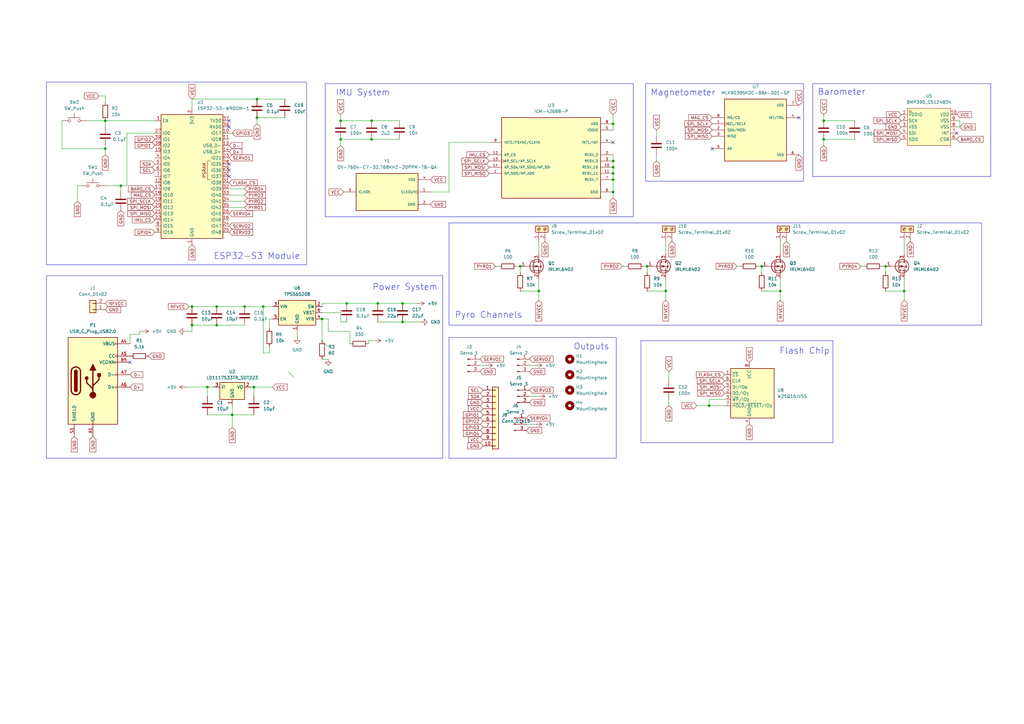
<source format=kicad_sch>
(kicad_sch (version 20250114) (generator "eeschema") (generator_version "9.0")
  (paper "A3")
  (rectangle (start 19.05 113.03) (end 181.61 187.96))
  (rectangle (start 184.15 138.43) (end 252.73 187.96))
  (rectangle (start 333.375 34.29) (end 406.4 72.39))
  (rectangle (start 264.795 34.29) (end 329.565 74.295))
  (rectangle (start 19.05 33.655) (end 125.73 108.585))
  (rectangle (start 184.15 91.44) (end 402.59 133.35))
  (rectangle (start 262.89 139.7) (end 341.63 181.61))
  (rectangle (start 133.35 34.29) (end 259.715 88.9))
  (text "ESP32-S3 Module\n" (at 105.41 105.156 0) (effects (font (size 2.54 2.54))))
  (text "Flash Chip" (at 329.946 144.018 0) (effects (font (size 2.54 2.54))))
  (text "Magnetometer" (at 280.162 38.1 0) (effects (font (size 2.54 2.54))))
  (text "Outputs" (at 242.57 142.24 0) (effects (font (size 2.54 2.54))))
  (text "Pyro Channels" (at 200.406 129.286 0) (effects (font (size 2.54 2.54))))
  (text "Power System" (at 166.116 117.856 0) (effects (font (size 2.54 2.54))))
  (text "Barometer" (at 345.186 37.846 0) (effects (font (size 2.54 2.54))))
  (text "IMU System" (at 148.844 38.1 0) (effects (font (size 2.54 2.54))))
  (junction (at 213.36 109.22))
  (junction (at 107.95 125.73))
  (junction (at 142.24 124.46))
  (junction (at 273.05 119.38))
  (junction (at 105.41 48.26))
  (junction (at 139.7 57.15))
  (junction (at 100.33 125.73))
  (junction (at 43.18 49.53))
  (junction (at 220.98 119.38))
  (junction (at 251.46 68.58))
  (junction (at 290.83 166.37))
  (junction (at 154.94 124.46))
  (junction (at 152.4 49.53))
  (junction (at 251.46 73.66))
  (junction (at 78.74 133.35))
  (junction (at 43.18 60.96))
  (junction (at 88.9 133.35))
  (junction (at 95.25 170.18))
  (junction (at 251.46 50.8))
  (junction (at 132.08 130.81))
  (junction (at 105.41 40.64))
  (junction (at 251.46 71.12))
  (junction (at 265.43 109.22))
  (junction (at 78.74 125.73))
  (junction (at 337.82 57.15))
  (junction (at 49.53 76.2))
  (junction (at 370.84 119.38))
  (junction (at 165.1 132.08))
  (junction (at 251.46 66.04))
  (junction (at 85.09 158.75))
  (junction (at 139.7 49.53))
  (junction (at 320.04 119.38))
  (junction (at 152.4 57.15))
  (junction (at 251.46 78.74))
  (junction (at 88.9 125.73))
  (junction (at 363.22 109.22))
  (junction (at 165.1 124.46))
  (junction (at 104.14 158.75))
  (junction (at 337.82 49.53))
  (junction (at 312.42 109.22))
  (no_connect (at 93.98 69.85))
  (no_connect (at 93.98 67.31))
  (no_connect (at 93.98 72.39))
  (no_connect (at 53.34 148.59))
  (no_connect (at 292.1 60.96))
  (no_connect (at 327.66 48.26))
  (no_connect (at 392.43 54.61))
  (no_connect (at 93.98 49.53))
  (no_connect (at 251.46 58.42))
  (no_connect (at 93.98 52.07))
  (bus_entry (at 433.07 285.75) (size 2.54 2.54))
  (bus_entry (at 118.11 152.4) (size 2.54 2.54))
  (bus_entry (at 132.08 139.7) (size 2.54 2.54))
  (wire (pts (xy 76.2 158.75) (xy 85.09 158.75)))
  (wire (pts (xy 139.7 57.15) (xy 139.7 59.69)))
  (wire (pts (xy 104.14 158.75) (xy 104.14 162.56)))
  (wire (pts (xy 57.15 135.89) (xy 57.15 137.16)))
  (wire (pts (xy 213.36 109.22) (xy 213.36 111.76)))
  (wire (pts (xy 107.95 125.73) (xy 111.76 125.73)))
  (wire (pts (xy 215.9 173.99) (xy 219.71 173.99)))
  (wire (pts (xy 274.32 152.4) (xy 274.32 156.21)))
  (wire (pts (xy 165.1 132.08) (xy 172.72 132.08)))
  (wire (pts (xy 251.46 50.8) (xy 251.46 53.34)))
  (wire (pts (xy 151.13 139.7) (xy 153.67 139.7)))
  (wire (pts (xy 142.24 132.08) (xy 139.7 132.08)))
  (wire (pts (xy 251.46 66.04) (xy 251.46 68.58)))
  (wire (pts (xy 88.9 133.35) (xy 100.33 133.35)))
  (wire (pts (xy 392.43 49.53) (xy 393.7 49.53)))
  (wire (pts (xy 77.47 125.73) (xy 78.74 125.73)))
  (wire (pts (xy 184.15 78.74) (xy 176.53 78.74)))
  (wire (pts (xy 31.75 76.2) (xy 31.75 82.55)))
  (wire (pts (xy 273.05 119.38) (xy 273.05 123.19)))
  (wire (pts (xy 40.64 39.37) (xy 43.18 39.37)))
  (wire (pts (xy 320.04 119.38) (xy 320.04 123.19)))
  (wire (pts (xy 49.53 76.2) (xy 49.53 78.74)))
  (wire (pts (xy 370.84 99.06) (xy 370.84 104.14)))
  (wire (pts (xy 43.18 60.96) (xy 43.18 63.5)))
  (wire (pts (xy 100.33 125.73) (xy 107.95 125.73)))
  (wire (pts (xy 220.98 119.38) (xy 220.98 123.19)))
  (wire (pts (xy 52.07 54.61) (xy 52.07 76.2)))
  (wire (pts (xy 290.83 163.83) (xy 290.83 166.37)))
  (wire (pts (xy 217.17 162.56) (xy 220.98 162.56)))
  (wire (pts (xy 53.34 137.16) (xy 53.34 140.97)))
  (wire (pts (xy 105.41 48.26) (xy 116.84 48.26)))
  (wire (pts (xy 165.1 124.46) (xy 154.94 124.46)))
  (wire (pts (xy 143.51 140.97) (xy 143.51 135.89)))
  (wire (pts (xy 363.22 109.22) (xy 363.22 111.76)))
  (wire (pts (xy 184.15 78.74) (xy 184.15 58.42)))
  (wire (pts (xy 139.7 57.15) (xy 152.4 57.15)))
  (wire (pts (xy 212.09 109.22) (xy 213.36 109.22)))
  (wire (pts (xy 139.7 132.08) (xy 139.7 128.27)))
  (wire (pts (xy 337.82 57.15) (xy 350.52 57.15)))
  (wire (pts (xy 134.62 135.89) (xy 134.62 130.81)))
  (wire (pts (xy 337.82 57.15) (xy 337.82 59.69)))
  (wire (pts (xy 251.46 68.58) (xy 251.46 71.12)))
  (wire (pts (xy 107.95 125.73) (xy 107.95 144.78)))
  (wire (pts (xy 132.08 124.46) (xy 132.08 125.73)))
  (wire (pts (xy 132.08 147.32) (xy 134.62 147.32)))
  (wire (pts (xy 151.13 139.7) (xy 151.13 140.97)))
  (wire (pts (xy 269.24 63.5) (xy 269.24 66.04)))
  (wire (pts (xy 154.94 132.08) (xy 165.1 132.08)))
  (wire (pts (xy 43.18 39.37) (xy 43.18 41.91)))
  (wire (pts (xy 134.62 130.81) (xy 132.08 130.81)))
  (wire (pts (xy 85.09 158.75) (xy 87.63 158.75)))
  (wire (pts (xy 100.33 82.55) (xy 93.98 82.55)))
  (wire (pts (xy 78.74 125.73) (xy 88.9 125.73)))
  (wire (pts (xy 251.46 78.74) (xy 251.46 81.28)))
  (wire (pts (xy 297.18 163.83) (xy 290.83 163.83)))
  (wire (pts (xy 290.83 166.37) (xy 297.18 166.37)))
  (wire (pts (xy 220.98 99.06) (xy 220.98 104.14)))
  (wire (pts (xy 25.4 60.96) (xy 43.18 60.96)))
  (wire (pts (xy 392.43 52.07) (xy 393.7 52.07)))
  (wire (pts (xy 269.24 53.34) (xy 269.24 55.88)))
  (wire (pts (xy 100.33 77.47) (xy 93.98 77.47)))
  (wire (pts (xy 33.02 76.2) (xy 31.75 76.2)))
  (wire (pts (xy 285.75 166.37) (xy 290.83 166.37)))
  (wire (pts (xy 370.84 119.38) (xy 370.84 123.19)))
  (wire (pts (xy 35.56 49.53) (xy 43.18 49.53)))
  (wire (pts (xy 220.98 114.3) (xy 220.98 119.38)))
  (wire (pts (xy 251.46 63.5) (xy 251.46 66.04)))
  (wire (pts (xy 88.9 125.73) (xy 100.33 125.73)))
  (wire (pts (xy 105.41 40.64) (xy 116.84 40.64)))
  (wire (pts (xy 255.27 109.22) (xy 256.54 109.22)))
  (wire (pts (xy 337.82 46.99) (xy 337.82 49.53)))
  (wire (pts (xy 139.7 49.53) (xy 152.4 49.53)))
  (wire (pts (xy 100.33 85.09) (xy 93.98 85.09)))
  (wire (pts (xy 251.46 71.12) (xy 251.46 73.66)))
  (wire (pts (xy 274.32 163.83) (xy 274.32 166.37)))
  (wire (pts (xy 95.25 170.18) (xy 104.14 170.18)))
  (wire (pts (xy 139.7 46.99) (xy 139.7 49.53)))
  (wire (pts (xy 132.08 130.81) (xy 132.08 139.7)))
  (wire (pts (xy 353.06 109.22) (xy 354.33 109.22)))
  (wire (pts (xy 96.52 54.61) (xy 93.98 54.61)))
  (wire (pts (xy 273.05 114.3) (xy 273.05 119.38)))
  (wire (pts (xy 107.95 144.78) (xy 110.49 144.78)))
  (wire (pts (xy 57.15 137.16) (xy 53.34 137.16)))
  (wire (pts (xy 76.2 135.89) (xy 78.74 135.89)))
  (wire (pts (xy 95.25 170.18) (xy 95.25 166.37)))
  (wire (pts (xy 203.2 109.22) (xy 204.47 109.22)))
  (wire (pts (xy 43.18 49.53) (xy 43.18 48.26)))
  (wire (pts (xy 132.08 124.46) (xy 142.24 124.46)))
  (wire (pts (xy 43.18 49.53) (xy 43.18 52.07)))
  (wire (pts (xy 311.15 109.22) (xy 312.42 109.22)))
  (wire (pts (xy 273.05 99.06) (xy 273.05 104.14)))
  (wire (pts (xy 78.74 40.64) (xy 78.74 44.45)))
  (wire (pts (xy 363.22 119.38) (xy 370.84 119.38)))
  (wire (pts (xy 78.74 133.35) (xy 88.9 133.35)))
  (wire (pts (xy 104.14 158.75) (xy 102.87 158.75)))
  (wire (pts (xy 121.92 135.89) (xy 121.92 138.43)))
  (wire (pts (xy 217.17 149.86) (xy 219.71 149.86)))
  (wire (pts (xy 171.45 124.46) (xy 165.1 124.46)))
  (wire (pts (xy 111.76 158.75) (xy 104.14 158.75)))
  (wire (pts (xy 184.15 58.42) (xy 200.66 58.42)))
  (wire (pts (xy 110.49 144.78) (xy 110.49 142.24)))
  (wire (pts (xy 49.53 76.2) (xy 52.07 76.2)))
  (wire (pts (xy 152.4 57.15) (xy 163.83 57.15)))
  (wire (pts (xy 57.15 135.89) (xy 58.42 135.89)))
  (wire (pts (xy 110.49 130.81) (xy 111.76 130.81)))
  (wire (pts (xy 142.24 124.46) (xy 154.94 124.46)))
  (wire (pts (xy 361.95 109.22) (xy 363.22 109.22)))
  (wire (pts (xy 43.18 59.69) (xy 43.18 60.96)))
  (wire (pts (xy 100.33 80.01) (xy 93.98 80.01)))
  (wire (pts (xy 52.07 54.61) (xy 63.5 54.61)))
  (wire (pts (xy 370.84 114.3) (xy 370.84 119.38)))
  (wire (pts (xy 78.74 135.89) (xy 78.74 133.35)))
  (wire (pts (xy 302.26 109.22) (xy 303.53 109.22)))
  (wire (pts (xy 251.46 46.99) (xy 251.46 50.8)))
  (wire (pts (xy 134.62 135.89) (xy 143.51 135.89)))
  (wire (pts (xy 265.43 119.38) (xy 273.05 119.38)))
  (wire (pts (xy 85.09 158.75) (xy 85.09 162.56)))
  (wire (pts (xy 196.85 149.86) (xy 199.39 149.86)))
  (wire (pts (xy 105.41 48.26) (xy 105.41 50.8)))
  (wire (pts (xy 213.36 119.38) (xy 220.98 119.38)))
  (wire (pts (xy 78.74 40.64) (xy 105.41 40.64)))
  (wire (pts (xy 393.7 49.53) (xy 393.7 52.07)))
  (wire (pts (xy 95.25 175.26) (xy 95.25 170.18)))
  (wire (pts (xy 139.7 128.27) (xy 132.08 128.27)))
  (wire (pts (xy 85.09 170.18) (xy 95.25 170.18)))
  (wire (pts (xy 251.46 73.66) (xy 251.46 78.74)))
  (wire (pts (xy 337.82 49.53) (xy 350.52 49.53)))
  (wire (pts (xy 152.4 49.53) (xy 163.83 49.53)))
  (wire (pts (xy 264.16 109.22) (xy 265.43 109.22)))
  (wire (pts (xy 312.42 119.38) (xy 320.04 119.38)))
  (wire (pts (xy 25.4 49.53) (xy 25.4 60.96)))
  (wire (pts (xy 312.42 109.22) (xy 312.42 111.76)))
  (wire (pts (xy 43.18 76.2) (xy 49.53 76.2)))
  (wire (pts (xy 110.49 134.62) (xy 110.49 130.81)))
  (wire (pts (xy 265.43 109.22) (xy 265.43 111.76)))
  (wire (pts (xy 320.04 114.3) (xy 320.04 119.38)))
  (wire (pts (xy 320.04 99.06) (xy 320.04 104.14)))
  (wire (pts (xy 43.18 49.53) (xy 63.5 49.53)))
  (global_label "VCC" (shape input) (at 78.74 40.64 90) (property "Intersheetrefs" "${INTERSHEET_REFS}" (effects (hide yes))))
  (global_label "NFVCC" (shape input) (at 370.84 123.19 270) (property "Intersheetrefs" "${INTERSHEET_REFS}" (effects (hide yes))))
  (global_label "GND" (shape input) (at 30.48 179.07 270) (property "Intersheetrefs" "${INTERSHEET_REFS}" (effects (hide yes))))
  (global_label "GND" (shape input) (at 49.53 86.36 270) (property "Intersheetrefs" "${INTERSHEET_REFS}" (effects (hide yes))))
  (global_label "GND" (shape input) (at 95.25 175.26 270) (property "Intersheetrefs" "${INTERSHEET_REFS}" (effects (hide yes))))
  (global_label "SPI_MISO" (shape input) (at 292.1 55.88 180) (property "Intersheetrefs" "${INTERSHEET_REFS}" (effects (hide yes))))
  (global_label "GPIO1" (shape input) (at 63.5 59.69 180) (property "Intersheetrefs" "${INTERSHEET_REFS}" (effects (hide yes))))
  (global_label "GND" (shape input) (at 43.18 127 0) (property "Intersheetrefs" "${INTERSHEET_REFS}" (effects (hide yes))))
  (global_label "SDA" (shape input) (at 198.12 162.56 180) (property "Intersheetrefs" "${INTERSHEET_REFS}" (effects (hide yes))))
  (global_label "GND" (shape input) (at 269.24 66.04 270) (property "Intersheetrefs" "${INTERSHEET_REFS}" (effects (hide yes))))
  (global_label "GND" (shape input) (at 43.18 63.5 270) (property "Intersheetrefs" "${INTERSHEET_REFS}" (effects (hide yes))))
  (global_label "SCL" (shape input) (at 198.12 160.02 180) (property "Intersheetrefs" "${INTERSHEET_REFS}" (effects (hide yes))))
  (global_label "NFVCC" (shape input) (at 320.04 123.19 270) (property "Intersheetrefs" "${INTERSHEET_REFS}" (effects (hide yes))))
  (global_label "SERVO1" (shape input) (at 196.85 147.32 0) (property "Intersheetrefs" "${INTERSHEET_REFS}" (effects (hide yes))))
  (global_label "GPIO1" (shape input) (at 198.12 170.18 180) (property "Intersheetrefs" "${INTERSHEET_REFS}" (effects (hide yes))))
  (global_label "D+" (shape input) (at 53.34 158.75 0) (property "Intersheetrefs" "${INTERSHEET_REFS}" (effects (hide yes))))
  (global_label "FLASH_CS" (shape input) (at 297.18 153.67 180) (property "Intersheetrefs" "${INTERSHEET_REFS}" (effects (hide yes))))
  (global_label "GND" (shape input) (at 38.1 179.07 270) (property "Intersheetrefs" "${INTERSHEET_REFS}" (effects (hide yes))))
  (global_label "GPIO4" (shape input) (at 198.12 177.8 180) (property "Intersheetrefs" "${INTERSHEET_REFS}" (effects (hide yes))))
  (global_label "PYRO1" (shape input) (at 100.33 85.09 0) (property "Intersheetrefs" "${INTERSHEET_REFS}" (effects (hide yes))))
  (global_label "VCC" (shape input) (at 198.12 167.64 180) (property "Intersheetrefs" "${INTERSHEET_REFS}" (effects (hide yes))))
  (global_label "GPIO3" (shape input) (at 95.25 54.61 0) (property "Intersheetrefs" "${INTERSHEET_REFS}" (effects (hide yes))))
  (global_label "GND" (shape input) (at 274.32 166.37 270) (property "Intersheetrefs" "${INTERSHEET_REFS}" (effects (hide yes))))
  (global_label "D-" (shape input) (at 53.34 153.67 0) (property "Intersheetrefs" "${INTERSHEET_REFS}" (effects (hide yes))))
  (global_label "IMU_CS" (shape input) (at 200.66 63.5 180) (property "Intersheetrefs" "${INTERSHEET_REFS}" (effects (hide yes))))
  (global_label "VCC" (shape input) (at 251.46 46.99 90) (property "Intersheetrefs" "${INTERSHEET_REFS}" (effects (hide yes))))
  (global_label "SPI_MOSI" (shape input) (at 200.66 68.58 180) (property "Intersheetrefs" "${INTERSHEET_REFS}" (effects (hide yes))))
  (global_label "PYRO4" (shape input) (at 353.06 109.22 180) (property "Intersheetrefs" "${INTERSHEET_REFS}" (effects (hide yes))))
  (global_label "VCC" (shape input) (at 198.12 180.34 180) (property "Intersheetrefs" "${INTERSHEET_REFS}" (effects (hide yes))))
  (global_label "SPI_MISO" (shape input) (at 200.66 71.12 180) (property "Intersheetrefs" "${INTERSHEET_REFS}" (effects (hide yes))))
  (global_label "PYRO4" (shape input) (at 100.33 77.47 0) (property "Intersheetrefs" "${INTERSHEET_REFS}" (effects (hide yes))))
  (global_label "SERVO1" (shape input) (at 93.98 64.77 0) (property "Intersheetrefs" "${INTERSHEET_REFS}" (effects (hide yes))))
  (global_label "GND" (shape input) (at 327.66 63.5 270) (property "Intersheetrefs" "${INTERSHEET_REFS}" (effects (hide yes))))
  (global_label "VCC" (shape input) (at 307.34 148.59 90) (property "Intersheetrefs" "${INTERSHEET_REFS}" (effects (hide yes))))
  (global_label "GND" (shape input) (at 373.38 99.06 270) (property "Intersheetrefs" "${INTERSHEET_REFS}" (effects (hide yes))))
  (global_label "GPIO3" (shape input) (at 198.12 175.26 180) (property "Intersheetrefs" "${INTERSHEET_REFS}" (effects (hide yes))))
  (global_label "GND" (shape input) (at 78.74 100.33 270) (property "Intersheetrefs" "${INTERSHEET_REFS}" (effects (hide yes))))
  (global_label "VCC" (shape input) (at 111.76 158.75 0) (property "Intersheetrefs" "${INTERSHEET_REFS}" (effects (hide yes))))
  (global_label "SPI_SCLK" (shape input) (at 63.5 82.55 180) (property "Intersheetrefs" "${INTERSHEET_REFS}" (effects (hide yes))))
  (global_label "GND" (shape input) (at 337.82 59.69 270) (property "Intersheetrefs" "${INTERSHEET_REFS}" (effects (hide yes))))
  (global_label "SCL" (shape input) (at 63.5 69.85 180) (property "Intersheetrefs" "${INTERSHEET_REFS}" (effects (hide yes))))
  (global_label "VCC" (shape input) (at 140.97 78.74 180) (property "Intersheetrefs" "${INTERSHEET_REFS}" (effects (hide yes))))
  (global_label "NFVCC" (shape input) (at 273.05 123.19 270) (property "Intersheetrefs" "${INTERSHEET_REFS}" (effects (hide yes))))
  (global_label "PYRO2" (shape input) (at 100.33 82.55 0) (property "Intersheetrefs" "${INTERSHEET_REFS}" (effects (hide yes))))
  (global_label "GPIO4" (shape input) (at 63.5 95.25 180) (property "Intersheetrefs" "${INTERSHEET_REFS}" (effects (hide yes))))
  (global_label "SERVO2" (shape input) (at 217.17 147.32 0) (property "Intersheetrefs" "${INTERSHEET_REFS}" (effects (hide yes))))
  (global_label "GND" (shape input) (at 198.12 165.1 180) (property "Intersheetrefs" "${INTERSHEET_REFS}" (effects (hide yes))))
  (global_label "NFVCC" (shape input) (at 43.18 124.46 0) (property "Intersheetrefs" "${INTERSHEET_REFS}" (effects (hide yes))))
  (global_label "VCC" (shape input) (at 269.24 53.34 90) (property "Intersheetrefs" "${INTERSHEET_REFS}" (effects (hide yes))))
  (global_label "NFVCC" (shape input) (at 220.98 123.19 270) (property "Intersheetrefs" "${INTERSHEET_REFS}" (effects (hide yes))))
  (global_label "VCC" (shape input) (at 369.57 46.99 180) (property "Intersheetrefs" "${INTERSHEET_REFS}" (effects (hide yes))))
  (global_label "SPI_MOSI" (shape input) (at 292.1 53.34 180) (property "Intersheetrefs" "${INTERSHEET_REFS}" (effects (hide yes))))
  (global_label "D+" (shape input) (at 93.98 62.23 0) (property "Intersheetrefs" "${INTERSHEET_REFS}" (effects (hide yes))))
  (global_label "MAG_CS" (shape input) (at 63.5 80.01 180) (property "Intersheetrefs" "${INTERSHEET_REFS}" (effects (hide yes))))
  (global_label "GND" (shape input) (at 217.17 165.1 0) (property "Intersheetrefs" "${INTERSHEET_REFS}" (effects (hide yes))))
  (global_label "GND" (shape input) (at 275.59 99.06 270) (property "Intersheetrefs" "${INTERSHEET_REFS}" (effects (hide yes))))
  (global_label "GND" (shape input) (at 60.96 146.05 0) (property "Intersheetrefs" "${INTERSHEET_REFS}" (effects (hide yes))))
  (global_label "VCC" (shape input) (at 285.75 166.37 180) (property "Intersheetrefs" "${INTERSHEET_REFS}" (effects (hide yes))))
  (global_label "GND" (shape input) (at 393.7 52.07 0) (property "Intersheetrefs" "${INTERSHEET_REFS}" (effects (hide yes))))
  (global_label "NFVCC" (shape input) (at 77.47 125.73 180) (property "Intersheetrefs" "${INTERSHEET_REFS}" (effects (hide yes))))
  (global_label "SPI_SCLK" (shape input) (at 200.66 66.04 180) (property "Intersheetrefs" "${INTERSHEET_REFS}" (effects (hide yes))))
  (global_label "D-" (shape input) (at 93.98 59.69 0) (property "Intersheetrefs" "${INTERSHEET_REFS}" (effects (hide yes))))
  (global_label "GND" (shape input) (at 176.53 83.82 0) (property "Intersheetrefs" "${INTERSHEET_REFS}" (effects (hide yes))))
  (global_label "VCC" (shape input) (at 392.43 46.99 0) (property "Intersheetrefs" "${INTERSHEET_REFS}" (effects (hide yes))))
  (global_label "SPI_SCLK" (shape input) (at 297.18 156.21 180) (property "Intersheetrefs" "${INTERSHEET_REFS}" (effects (hide yes))))
  (global_label "BARO_CS" (shape input) (at 63.5 77.47 180) (property "Intersheetrefs" "${INTERSHEET_REFS}" (effects (hide yes))))
  (global_label "SPI_MISO" (shape input) (at 369.57 57.15 180) (property "Intersheetrefs" "${INTERSHEET_REFS}" (effects (hide yes))))
  (global_label "IMU_CS" (shape input) (at 63.5 90.17 180) (property "Intersheetrefs" "${INTERSHEET_REFS}" (effects (hide yes))))
  (global_label "SPI_MISO" (shape input) (at 297.18 161.29 180) (property "Intersheetrefs" "${INTERSHEET_REFS}" (effects (hide yes))))
  (global_label "GND" (shape input) (at 307.34 173.99 270) (property "Intersheetrefs" "${INTERSHEET_REFS}" (effects (hide yes))))
  (global_label "SERVO2" (shape input) (at 93.98 92.71 0) (property "Intersheetrefs" "${INTERSHEET_REFS}" (effects (hide yes))))
  (global_label "PYRO1" (shape input) (at 203.2 109.22 180) (property "Intersheetrefs" "${INTERSHEET_REFS}" (effects (hide yes))))
  (global_label "SERVO4" (shape input) (at 93.98 87.63 0) (property "Intersheetrefs" "${INTERSHEET_REFS}" (effects (hide yes))))
  (global_label "GND" (shape input) (at 31.75 82.55 270) (property "Intersheetrefs" "${INTERSHEET_REFS}" (effects (hide yes))))
  (global_label "BARO_CS" (shape input) (at 392.43 57.15 0) (property "Intersheetrefs" "${INTERSHEET_REFS}" (effects (hide yes))))
  (global_label "VCC" (shape input) (at 139.7 46.99 90) (property "Intersheetrefs" "${INTERSHEET_REFS}" (effects (hide yes))))
  (global_label "GND" (shape input) (at 196.85 152.4 0) (property "Intersheetrefs" "${INTERSHEET_REFS}" (effects (hide yes))))
  (global_label "FLASH_CS" (shape input) (at 93.98 74.93 0) (property "Intersheetrefs" "${INTERSHEET_REFS}" (effects (hide yes))))
  (global_label "GND" (shape input) (at 223.52 99.06 270) (property "Intersheetrefs" "${INTERSHEET_REFS}" (effects (hide yes))))
  (global_label "VCC" (shape input) (at 274.32 152.4 90) (property "Intersheetrefs" "${INTERSHEET_REFS}" (effects (hide yes))))
  (global_label "GND" (shape input) (at 139.7 59.69 270) (property "Intersheetrefs" "${INTERSHEET_REFS}" (effects (hide yes))))
  (global_label "SPI_MOSI" (shape input) (at 369.57 54.61 180) (property "Intersheetrefs" "${INTERSHEET_REFS}" (effects (hide yes))))
  (global_label "SERVO3" (shape input) (at 217.17 160.02 0) (property "Intersheetrefs" "${INTERSHEET_REFS}" (effects (hide yes))))
  (global_label "GND" (shape input) (at 217.17 152.4 0) (property "Intersheetrefs" "${INTERSHEET_REFS}" (effects (hide yes))))
  (global_label "PYRO3" (shape input) (at 302.26 109.22 180) (property "Intersheetrefs" "${INTERSHEET_REFS}" (effects (hide yes))))
  (global_label "GND" (shape input) (at 105.41 50.8 270) (property "Intersheetrefs" "${INTERSHEET_REFS}" (effects (hide yes))))
  (global_label "SPI_MOSI" (shape input) (at 297.18 158.75 180) (property "Intersheetrefs" "${INTERSHEET_REFS}" (effects (hide yes))))
  (global_label "SPI_MOSI" (shape input) (at 63.5 85.09 180) (property "Intersheetrefs" "${INTERSHEET_REFS}" (effects (hide yes))))
  (global_label "GND" (shape input) (at 322.58 99.06 270) (property "Intersheetrefs" "${INTERSHEET_REFS}" (effects (hide yes))))
  (global_label "GND" (shape input) (at 198.12 182.88 180) (property "Intersheetrefs" "${INTERSHEET_REFS}" (effects (hide yes))))
  (global_label "GND" (shape input) (at 251.46 81.28 270) (property "Intersheetrefs" "${INTERSHEET_REFS}" (effects (hide yes))))
  (global_label "VCC" (shape input) (at 327.66 43.18 90) (property "Intersheetrefs" "${INTERSHEET_REFS}" (effects (hide yes))))
  (global_label "MAG_CS" (shape input) (at 292.1 48.26 180) (property "Intersheetrefs" "${INTERSHEET_REFS}" (effects (hide yes))))
  (global_label "GPIO2" (shape input) (at 63.5 57.15 180) (property "Intersheetrefs" "${INTERSHEET_REFS}" (effects (hide yes))))
  (global_label "SERVO4" (shape input) (at 215.9 171.45 0) (property "Intersheetrefs" "${INTERSHEET_REFS}" (effects (hide yes))))
  (global_label "SERVO3" (shape input) (at 93.98 95.25 0) (property "Intersheetrefs" "${INTERSHEET_REFS}" (effects (hide yes))))
  (global_label "VCC" (shape input) (at 40.64 39.37 180) (property "Intersheetrefs" "${INTERSHEET_REFS}" (effects (hide yes))))
  (global_label "PYRO2" (shape input) (at 255.27 109.22 180) (property "Intersheetrefs" "${INTERSHEET_REFS}" (effects (hide yes))))
  (global_label "SDA" (shape input) (at 63.5 67.31 180) (property "Intersheetrefs" "${INTERSHEET_REFS}" (effects (hide yes))))
  (global_label "GND" (shape input) (at 215.9 176.53 0) (property "Intersheetrefs" "${INTERSHEET_REFS}" (effects (hide yes))))
  (global_label "GPIO2" (shape input) (at 198.12 172.72 180) (property "Intersheetrefs" "${INTERSHEET_REFS}" (effects (hide yes))))
  (global_label "VCC" (shape input) (at 337.82 46.99 90) (property "Intersheetrefs" "${INTERSHEET_REFS}" (effects (hide yes))))
  (global_label "PYRO3" (shape input) (at 100.33 80.01 0) (property "Intersheetrefs" "${INTERSHEET_REFS}" (effects (hide yes))))
  (global_label "VCC" (shape input) (at 176.53 73.66 0) (property "Intersheetrefs" "${INTERSHEET_REFS}" (effects (hide yes))))
  (global_label "SPI_SCLK" (shape input) (at 369.57 49.53 180) (property "Intersheetrefs" "${INTERSHEET_REFS}" (effects (hide yes))))
  (global_label "SPI_MISO" (shape input) (at 63.5 87.63 180) (property "Intersheetrefs" "${INTERSHEET_REFS}" (effects (hide yes))))
  (global_label "SPI_SCLK" (shape input) (at 292.1 50.8 180) (property "Intersheetrefs" "${INTERSHEET_REFS}" (effects (hide yes))))
  (global_label "GND" (shape input) (at 369.57 52.07 180) (property "Intersheetrefs" "${INTERSHEET_REFS}" (effects (hide yes))))
  (symbol (lib_id "Device:C") (at 104.14 166.37 0) (unit 1)
    (property "Reference" "C2" (at 107.95 165.0999 0) (effects (justify left)))
    (property "Value" "10µF" (at 107.95 167.6399 0) (effects (justify left)))
    (property "Footprint" "Capacitor_SMD:C_0603_1608Metric" (effects (hide yes)))
    (property "Description" "Unpolarized capacitor" (effects (hide yes)))
  )
  (symbol (lib_id "Switch:SW_Push") (at 38.1 76.2 0) (unit 1)
    (property "Reference" "SW1" (at 38.1 68.58 0))
    (property "Value" "SW_Push" (at 38.1 71.12 0))
    (property "Footprint" "TL3365AF180QG:SW_TL3365AF180QG" (effects (hide yes)))
    (property "Description" "Push button switch, generic, two pins" (effects (hide yes)))
  )
  (symbol (lib_id "Device:C") (at 142.24 128.27 0) (unit 1)
    (property "Reference" "C18" (at 146.05 126.9999 0) (effects (justify left)))
    (property "Value" "0.1µF" (at 146.05 129.5399 0) (effects (justify left)))
    (property "Footprint" "Capacitor_SMD:C_0603_1608Metric" (effects (hide yes)))
    (property "Description" "Unpolarized capacitor" (effects (hide yes)))
  )
  (symbol (lib_id "Device:C") (at 269.24 59.69 0) (unit 1)
    (property "Reference" "C11" (at 273.05 58.4199 0) (effects (justify left)))
    (property "Value" "100n" (at 273.05 60.9599 0) (effects (justify left)))
    (property "Footprint" "Capacitor_SMD:C_0603_1608Metric" (effects (hide yes)))
    (property "Description" "Unpolarized capacitor" (effects (hide yes)))
  )
  (symbol (lib_id "power:+5V") (at 219.71 149.86 270) (unit 1)
    (property "Reference" "#PWR04" (effects (hide yes)))
    (property "Value" "+5V" (at 223.52 149.8599 90) (effects (justify left)))
    (property "Description" "Power symbol creates a global label with name \"+5V\"" (effects (hide yes)))
  )
  (symbol (lib_id "Device:R") (at 43.18 45.72 0) (unit 1)
    (property "Reference" "R2" (at 45.72 44.4499 0) (effects (justify left)))
    (property "Value" "10k" (at 45.72 46.9899 0) (effects (justify left)))
    (property "Footprint" "Resistor_SMD:R_0603_1608Metric" (effects (hide yes)))
    (property "Description" "Resistor" (effects (hide yes)))
  )
  (symbol (lib_id "OV-7604-C7-32.768KHZ-20PPM-TB-QA:OV-7604-C7-32.768KHZ-20PPM-TB-QA") (at 158.75 78.74 0) (unit 1)
    (property "Reference" "Y1" (at 158.75 66.04 0))
    (property "Value" "OV-7604-C7-32.768KHZ-20PPM-TB-QA" (at 158.75 68.58 0))
    (property "Footprint" "OV7604C7:OSC_OV-7604-C7-32.768KHZ-20PPM-TB-QA" (effects (hide yes)))
    (property "PARTREV" "4.4" (effects (hide yes)))
    (property "MANUFACTURER" "Micro Crystal" (effects (hide yes)))
    (property "MAXIMUM_PACKAGE_HEIGHT" "1.0mm" (effects (hide yes)))
    (property "STANDARD" "Manufacturer Recommendations" (effects (hide yes)))
  )
  (symbol (lib_id "Connector:Screw_Terminal_01x02") (at 220.98 93.98 90) (unit 1)
    (property "Reference" "J9" (at 226.06 92.7099 90) (effects (justify right)))
    (property "Value" "Screw_Terminal_01x02" (at 226.06 95.2499 90) (effects (justify right)))
    (property "Footprint" "TerminalBlock:TerminalBlock_Xinya_XY308-2.54-2P_1x02_P2.54mm_Horizontal" (effects (hide yes)))
    (property "Description" "Generic screw terminal, single row, 01x02, script generated (kicad-library-utils/schlib/autogen/connector/)" (effects (hide yes)))
  )
  (symbol (lib_id "Device:R") (at 208.28 109.22 90) (unit 1)
    (property "Reference" "R6" (at 208.28 102.87 90))
    (property "Value" "100" (at 208.28 105.41 90))
    (property "Footprint" "Resistor_SMD:R_0603_1608Metric" (effects (hide yes)))
    (property "Description" "Resistor" (effects (hide yes)))
  )
  (symbol (lib_id "Connector:Screw_Terminal_01x02") (at 273.05 93.98 90) (unit 1)
    (property "Reference" "J10" (at 278.13 92.7099 90) (effects (justify right)))
    (property "Value" "Screw_Terminal_01x02" (at 278.13 95.2499 90) (effects (justify right)))
    (property "Footprint" "TerminalBlock:TerminalBlock_Xinya_XY308-2.54-2P_1x02_P2.54mm_Horizontal" (effects (hide yes)))
    (property "Description" "Generic screw terminal, single row, 01x02, script generated (kicad-library-utils/schlib/autogen/connector/)" (effects (hide yes)))
  )
  (symbol (lib_id "Device:R") (at 110.49 138.43 0) (unit 1)
    (property "Reference" "R5" (at 113.03 137.1599 0) (effects (justify left)))
    (property "Value" "10k" (at 113.03 139.6999 0) (effects (justify left)))
    (property "Footprint" "Resistor_SMD:R_0603_1608Metric_Pad0.98x0.95mm_HandSolder" (effects (hide yes)))
    (property "Description" "Resistor" (effects (hide yes)))
  )
  (symbol (lib_id "Device:C") (at 152.4 53.34 0) (unit 1)
    (property "Reference" "C8" (at 156.21 52.0699 0) (effects (justify left)))
    (property "Value" "2u2" (at 156.21 54.6099 0) (effects (justify left)))
    (property "Footprint" "Capacitor_SMD:C_0603_1608Metric" (effects (hide yes)))
    (property "Description" "Unpolarized capacitor" (effects (hide yes)))
  )
  (symbol (lib_id "Connector:Conn_01x03_Pin") (at 210.82 173.99 0) (unit 1)
    (property "Reference" "J6" (at 211.455 166.37 0))
    (property "Value" "Servo 1" (at 211.455 168.91 0))
    (property "Footprint" "Connector_PinHeader_2.54mm:PinHeader_1x03_P2.54mm_Vertical" (effects (hide yes)))
    (property "Description" "Generic connector, single row, 01x03, script generated" (effects (hide yes)))
  )
  (symbol (lib_id "Connector:USB_C_Plug_USB2.0") (at 38.1 156.21 0) (unit 1)
    (property "Reference" "P1" (at 38.1 133.35 0))
    (property "Value" "USB_C_Plug_USB2.0" (at 38.1 135.89 0))
    (property "Footprint" "Connector_USB:USB_C_Receptacle_Amphenol_124019772112A" (effects (hide yes)))
    (property "Datasheet" "https://www.usb.org/sites/default/files/documents/usb_type-c.zip" (effects (hide yes)))
    (property "Description" "USB 2.0-only Type-C Plug connector" (effects (hide yes)))
  )
  (symbol (lib_id "power:+5V") (at 171.45 124.46 270) (unit 1)
    (property "Reference" "#PWR09" (effects (hide yes)))
    (property "Value" "+5V" (at 175.26 124.4599 90) (effects (justify left)))
    (property "Description" "Power symbol creates a global label with name \"+5V\"" (effects (hide yes)))
  )
  (symbol (lib_id "Device:C") (at 337.82 53.34 0) (unit 1)
    (property "Reference" "C10" (at 342.9 52.0699 0) (effects (justify left)))
    (property "Value" "100n" (at 342.9 54.6099 0) (effects (justify left)))
    (property "Footprint" "Capacitor_SMD:C_0603_1608Metric" (effects (hide yes)))
    (property "Description" "Unpolarized capacitor" (effects (hide yes)))
  )
  (symbol (lib_id "power:+5V") (at 199.39 149.86 270) (unit 1)
    (property "Reference" "#PWR03" (effects (hide yes)))
    (property "Value" "+5V" (at 203.2 149.8599 90) (effects (justify left)))
    (property "Description" "Power symbol creates a global label with name \"+5V\"" (effects (hide yes)))
  )
  (symbol (lib_id "Regulator_Linear:LD1117S33TR_SOT223") (at 95.25 158.75 0) (unit 1)
    (property "Reference" "U2" (at 95.25 152.4 0))
    (property "Value" "LD1117S33TR_SOT223" (at 95.25 154.94 0))
    (property "Footprint" "Package_TO_SOT_SMD:SOT-223-3_TabPin2" (effects (hide yes)))
    (property "Datasheet" "http://www.st.com/st-web-ui/static/active/en/resource/technical/document/datasheet/CD00000544.pdf" (effects (hide yes)))
    (property "Description" "800mA Fixed Low Drop Positive Voltage Regulator, Fixed Output 3.3V, SOT-223" (effects (hide yes)))
  )
  (symbol (lib_id "power:+5V") (at 153.67 139.7 270) (unit 1)
    (property "Reference" "#PWR012" (effects (hide yes)))
    (property "Value" "+5V" (at 157.48 139.6999 90) (effects (justify left)))
    (property "Description" "Power symbol creates a global label with name \"+5V\"" (effects (hide yes)))
  )
  (symbol (lib_id "Mechanical:MountingHole") (at 233.68 166.37 0) (unit 1) (in_bom no)
    (property "Reference" "H4" (at 236.22 165.0999 0) (effects (justify left)))
    (property "Value" "MountingHole" (at 236.22 167.6399 0) (effects (justify left)))
    (property "Footprint" "MountingHole:MountingHole_3.2mm_M3" (effects (hide yes)))
    (property "Description" "Mounting Hole without connection" (effects (hide yes)))
  )
  (symbol (lib_id "Mechanical:MountingHole") (at 233.68 153.67 0) (unit 1) (in_bom no)
    (property "Reference" "H2" (at 236.22 152.3999 0) (effects (justify left)))
    (property "Value" "MountingHole" (at 236.22 154.9399 0) (effects (justify left)))
    (property "Footprint" "MountingHole:MountingHole_3.2mm_M3" (effects (hide yes)))
    (property "Description" "Mounting Hole without connection" (effects (hide yes)))
  )
  (symbol (lib_id "Mechanical:MountingHole") (at 233.68 147.32 0) (unit 1) (in_bom no)
    (property "Reference" "H1" (at 236.22 146.0499 0) (effects (justify left)))
    (property "Value" "MountingHole" (at 236.22 148.5899 0) (effects (justify left)))
    (property "Footprint" "MountingHole:MountingHole_3.2mm_M3" (effects (hide yes)))
    (property "Description" "Mounting Hole without connection" (effects (hide yes)))
  )
  (symbol (lib_id "power:+5V") (at 220.98 162.56 270) (unit 1)
    (property "Reference" "#PWR05" (effects (hide yes)))
    (property "Value" "+5V" (at 224.79 162.5599 90) (effects (justify left)))
    (property "Description" "Power symbol creates a global label with name \"+5V\"" (effects (hide yes)))
  )
  (symbol (lib_id "Switch:SW_Push") (at 30.48 49.53 0) (unit 1)
    (property "Reference" "SW2" (at 30.48 41.91 0))
    (property "Value" "SW_Push" (at 30.48 44.45 0))
    (property "Footprint" "TL3365AF180QG:SW_TL3365AF180QG" (effects (hide yes)))
    (property "Description" "Push button switch, generic, two pins" (effects (hide yes)))
  )
  (symbol (lib_id "Device:R") (at 57.15 146.05 90) (unit 1)
    (property "Reference" "R1" (at 57.15 139.7 90))
    (property "Value" "5.1k" (at 57.15 142.24 90))
    (property "Footprint" "Resistor_SMD:R_0603_1608Metric" (effects (hide yes)))
    (property "Description" "Resistor" (effects (hide yes)))
  )
  (symbol (lib_id "Device:R") (at 358.14 109.22 90) (unit 1)
    (property "Reference" "R12" (at 358.14 102.87 90))
    (property "Value" "100" (at 358.14 105.41 90))
    (property "Footprint" "Resistor_SMD:R_0603_1608Metric" (effects (hide yes)))
    (property "Description" "Resistor" (effects (hide yes)))
  )
  (symbol (lib_id "Connector:Screw_Terminal_01x02") (at 320.04 93.98 90) (unit 1)
    (property "Reference" "J11" (at 325.12 92.7099 90) (effects (justify right)))
    (property "Value" "Screw_Terminal_01x02" (at 325.12 95.2499 90) (effects (justify right)))
    (property "Footprint" "TerminalBlock:TerminalBlock_Xinya_XY308-2.54-2P_1x02_P2.54mm_Horizontal" (effects (hide yes)))
    (property "Description" "Generic screw terminal, single row, 01x02, script generated (kicad-library-utils/schlib/autogen/connector/)" (effects (hide yes)))
  )
  (symbol (lib_id "Device:C") (at 43.18 55.88 0) (unit 1)
    (property "Reference" "C3" (at 46.99 54.6099 0) (effects (justify left)))
    (property "Value" "0.1µF" (at 46.228 57.15 0) (effects (justify left)))
    (property "Footprint" "Capacitor_SMD:C_0603_1608Metric" (effects (hide yes)))
    (property "Description" "Unpolarized capacitor" (effects (hide yes)))
  )
  (symbol (lib_id "Connector_Generic:Conn_01x02") (at 38.1 127 180) (unit 1)
    (property "Reference" "J1" (at 38.1 118.11 0))
    (property "Value" "Conn_01x02" (at 38.1 120.65 0))
    (property "Footprint" "Connector_AMASS:AMASS_XT30U-F_1x02_P5.0mm_Vertical" (effects (hide yes)))
    (property "Description" "Generic connector, single row, 01x02, script generated (kicad-library-utils/schlib/autogen/connector/)" (effects (hide yes)))
  )
  (symbol (lib_id "Device:C") (at 85.09 166.37 0) (unit 1)
    (property "Reference" "C1" (at 88.9 165.0999 0) (effects (justify left)))
    (property "Value" "10µF" (at 88.9 167.6399 0) (effects (justify left)))
    (property "Footprint" "Capacitor_SMD:C_0603_1608Metric" (effects (hide yes)))
    (property "Description" "Unpolarized capacitor" (effects (hide yes)))
  )
  (symbol (lib_id "Memory_Flash:W25Q16JVSS") (at 307.34 161.29 0) (unit 1)
    (property "Reference" "U8" (at 318.77 160.0199 0) (effects (justify left)))
    (property "Value" "W25Q16JVSS" (at 318.77 162.5599 0) (effects (justify left)))
    (property "Footprint" "Package_SO:SOIC-8_5.3x5.3mm_P1.27mm" (effects (hide yes)))
    (property "Datasheet" "https://www.winbond.com/hq/support/documentation/levelOne.jsp?__locale=en&DocNo=DA00-W25Q16JV.1" (effects (hide yes)))
    (property "Description" "16Mbit / 2MiB Serial Flash Memory, Standard/Dual/Quad SPI, 2.7-3.6V, SOIC-8 (208 mil)" (effects (hide yes)))
  )
  (symbol (lib_id "MLX90395KDC-BBA-001-SP:MLX90395KDC-BBA-001-SP") (at 309.88 53.34 0) (unit 1)
    (property "Reference" "U7" (at 309.88 35.56 0))
    (property "Value" "MLX90395KDC-BBA-001-SP" (at 309.88 38.1 0))
    (property "Footprint" "MLX90395KDC-BBA-101-SP:SOIC127P600X172-8N" (effects (hide yes)))
    (property "MF" "Melexis" (effects (hide yes)))
    (property "MAXIMUM_PACKAGE_HEIGHT" "1.72mm" (effects (hide yes)))
    (property "Package" "SOIC-8-8 Melexis" (effects (hide yes)))
    (property "Price" "None" (effects (hide yes)))
    (property "Check_prices" "https://www.snapeda.com/parts/MLX90395KDC-BBA-001-SP/Melexis/view-part/?ref=eda" (effects (hide yes)))
    (property "STANDARD" "IPC-7351B" (effects (hide yes)))
    (property "PARTREV" "6.0" (effects (hide yes)))
    (property "SnapEDA_Link" "https://www.snapeda.com/parts/MLX90395KDC-BBA-001-SP/Melexis/view-part/?ref=snap" (effects (hide yes)))
    (property "MP" "MLX90395KDC-BBA-001-SP" (effects (hide yes)))
    (property "Description_1" "MLX90395BBA.SOIC8.octagon_50mT" (effects (hide yes)))
    (property "Availability" "In Stock" (effects (hide yes)))
    (property "MANUFACTURER" "Melexis" (effects (hide yes)))
  )
  (symbol (lib_id "power:GND") (at 134.62 147.32 0) (unit 1)
    (property "Reference" "#PWR011" (effects (hide yes)))
    (property "Value" "GND" (at 134.62 152.4 0))
    (property "Description" "Power symbol creates a global label with name \"GND\" , ground" (effects (hide yes)))
  )
  (symbol (lib_id "Connector:Conn_01x03_Pin") (at 191.77 149.86 0) (unit 1)
    (property "Reference" "J3" (at 192.405 142.24 0))
    (property "Value" "Servo 1" (at 192.405 144.78 0))
    (property "Footprint" "Connector_PinHeader_2.54mm:PinHeader_1x03_P2.54mm_Vertical" (effects (hide yes)))
    (property "Description" "Generic connector, single row, 01x03, script generated" (effects (hide yes)))
  )
  (symbol (lib_id "Transistor_FET:IRLML6402") (at 317.5 109.22 0) (unit 1)
    (property "Reference" "Q3" (at 323.85 107.9499 0) (effects (justify left)))
    (property "Value" "IRLML6402" (at 323.85 110.4899 0) (effects (justify left)))
    (property "Footprint" "Package_TO_SOT_SMD:SOT-23" (effects (hide yes)))
    (property "Datasheet" "https://www.infineon.com/dgdl/irlml6402pbf.pdf?fileId=5546d462533600a401535668d5c2263c" (effects (hide yes)))
    (property "Description" "-3.7A Id, -20V Vds, 65mOhm Rds, P-Channel HEXFET Power MOSFET, SOT-23" (effects (hide yes)))
  )
  (symbol (lib_id "Device:C") (at 350.52 53.34 0) (unit 1)
    (property "Reference" "C6" (at 354.076 52.324 0) (effects (justify left)))
    (property "Value" "100n" (at 354.076 54.864 0) (effects (justify left)))
    (property "Footprint" "Capacitor_SMD:C_0603_1608Metric" (effects (hide yes)))
    (property "Description" "Unpolarized capacitor" (effects (hide yes)))
  )
  (symbol (lib_id "Connector_Generic:Conn_01x10") (at 203.2 170.18 0) (unit 1)
    (property "Reference" "J8" (at 205.74 170.1799 0) (effects (justify left)))
    (property "Value" "Conn_01x10" (at 205.74 172.7199 0) (effects (justify left)))
    (property "Footprint" "Connector_PinHeader_2.54mm:PinHeader_1x10_P2.54mm_Vertical" (effects (hide yes)))
    (property "Description" "Generic connector, single row, 01x10, script generated (kicad-library-utils/schlib/autogen/connector/)" (effects (hide yes)))
  )
  (symbol (lib_id "Device:R") (at 260.35 109.22 90) (unit 1)
    (property "Reference" "R8" (at 260.35 102.87 90))
    (property "Value" "100" (at 260.35 105.41 90))
    (property "Footprint" "Resistor_SMD:R_0603_1608Metric" (effects (hide yes)))
    (property "Description" "Resistor" (effects (hide yes)))
  )
  (symbol (lib_id "Connector:Conn_01x03_Pin") (at 212.09 162.56 0) (unit 1)
    (property "Reference" "J5" (at 212.725 154.94 0))
    (property "Value" "Servo 3" (at 212.725 157.48 0))
    (property "Footprint" "Connector_PinHeader_2.54mm:PinHeader_1x03_P2.54mm_Vertical" (effects (hide yes)))
    (property "Description" "Generic connector, single row, 01x03, script generated" (effects (hide yes)))
  )
  (symbol (lib_id "Device:C") (at 100.33 129.54 0) (unit 1)
    (property "Reference" "C15" (at 104.14 128.2699 0) (effects (justify left)))
    (property "Value" "0.1µF" (at 104.14 130.8099 0) (effects (justify left)))
    (property "Footprint" "Capacitor_SMD:C_0603_1608Metric" (effects (hide yes)))
    (property "Description" "Unpolarized capacitor" (effects (hide yes)))
  )
  (symbol (lib_id "Device:R") (at 132.08 143.51 0) (unit 1)
    (property "Reference" "R3" (at 134.62 142.2399 0) (effects (justify left)))
    (property "Value" "60" (at 134.62 144.7799 0) (effects (justify left)))
    (property "Footprint" "Resistor_SMD:R_0603_1608Metric_Pad0.98x0.95mm_HandSolder" (effects (hide yes)))
    (property "Description" "Resistor" (effects (hide yes)))
  )
  (symbol (lib_id "power:+5V") (at 76.2 158.75 90) (unit 1)
    (property "Reference" "#PWR02" (effects (hide yes)))
    (property "Value" "+5V" (at 72.39 158.7499 90) (effects (justify left)))
    (property "Description" "Power symbol creates a global label with name \"+5V\"" (effects (hide yes)))
  )
  (symbol (lib_id "Device:C") (at 105.41 44.45 0) (unit 1)
    (property "Reference" "C5" (at 109.22 43.1799 0) (effects (justify left)))
    (property "Value" "0.1μF" (at 109.22 45.7199 0) (effects (justify left)))
    (property "Footprint" "Capacitor_SMD:C_0603_1608Metric" (effects (hide yes)))
    (property "Description" "Unpolarized capacitor" (effects (hide yes)))
  )
  (symbol (lib_id "power:GND") (at 172.72 132.08 90) (unit 1)
    (property "Reference" "#PWR010" (effects (hide yes)))
    (property "Value" "GND" (at 176.53 132.0799 90) (effects (justify right)))
    (property "Description" "Power symbol creates a global label with name \"GND\" , ground" (effects (hide yes)))
  )
  (symbol (lib_id "Device:C") (at 165.1 128.27 0) (unit 1)
    (property "Reference" "C17" (at 168.91 126.9999 0) (effects (justify left)))
    (property "Value" "22µF" (at 168.91 129.5399 0) (effects (justify left)))
    (property "Footprint" "Capacitor_SMD:C_0603_1608Metric" (effects (hide yes)))
    (property "Description" "Unpolarized capacitor" (effects (hide yes)))
  )
  (symbol (lib_id "easyeda2kicad:BMP390_C5124834") (at 381 52.07 0) (unit 1)
    (property "Reference" "U5" (at 381 39.37 0))
    (property "Value" "BMP390_C5124834" (at 381 41.91 0))
    (property "Footprint" "easyeda2kicad:LGA-10_L2.0-W2.0-P0.50-BL" (effects (hide yes)))
    (property "LCSC Part" "C5124834" (effects (hide yes)))
  )
  (symbol (lib_id "Device:C") (at 163.83 53.34 0) (unit 1)
    (property "Reference" "C9" (at 167.64 52.0699 0) (effects (justify left)))
    (property "Value" "10n" (at 167.64 54.6099 0) (effects (justify left)))
    (property "Footprint" "Capacitor_SMD:C_0603_1608Metric" (effects (hide yes)))
    (property "Description" "Unpolarized capacitor" (effects (hide yes)))
  )
  (symbol (lib_id "Device:C") (at 154.94 128.27 0) (unit 1)
    (property "Reference" "C16" (at 158.75 126.9999 0) (effects (justify left)))
    (property "Value" "22µF" (at 158.75 129.5399 0) (effects (justify left)))
    (property "Footprint" "Capacitor_SMD:C_0603_1608Metric" (effects (hide yes)))
    (property "Description" "Unpolarized capacitor" (effects (hide yes)))
  )
  (symbol (lib_id "power:+5V") (at 219.71 173.99 270) (unit 1)
    (property "Reference" "#PWR06" (effects (hide yes)))
    (property "Value" "+5V" (at 223.52 173.9899 90) (effects (justify left)))
    (property "Description" "Power symbol creates a global label with name \"+5V\"" (effects (hide yes)))
  )
  (symbol (lib_id "power:GND") (at 121.92 138.43 0) (unit 1)
    (property "Reference" "#PWR07" (effects (hide yes)))
    (property "Value" "GND" (at 121.92 143.51 0))
    (property "Description" "Power symbol creates a global label with name \"GND\" , ground" (effects (hide yes)))
  )
  (symbol (lib_id "Connector:Screw_Terminal_01x02") (at 370.84 93.98 90) (unit 1)
    (property "Reference" "J2" (at 375.92 92.7099 90) (effects (justify right)))
    (property "Value" "Screw_Terminal_01x02" (at 375.92 95.2499 90) (effects (justify right)))
    (property "Footprint" "TerminalBlock:TerminalBlock_Xinya_XY308-2.54-2P_1x02_P2.54mm_Horizontal" (effects (hide yes)))
    (property "Description" "Generic screw terminal, single row, 01x02, script generated (kicad-library-utils/schlib/autogen/connector/)" (effects (hide yes)))
  )
  (symbol (lib_id "Transistor_FET:IRLML6402") (at 368.3 109.22 0) (unit 1)
    (property "Reference" "Q4" (at 374.65 107.9499 0) (effects (justify left)))
    (property "Value" "IRLML6402" (at 374.65 110.4899 0) (effects (justify left)))
    (property "Footprint" "Package_TO_SOT_SMD:SOT-23" (effects (hide yes)))
    (property "Datasheet" "https://www.infineon.com/dgdl/irlml6402pbf.pdf?fileId=5546d462533600a401535668d5c2263c" (effects (hide yes)))
    (property "Description" "-3.7A Id, -20V Vds, 65mOhm Rds, P-Channel HEXFET Power MOSFET, SOT-23" (effects (hide yes)))
  )
  (symbol (lib_id "power:+5V") (at 58.42 135.89 270) (unit 1)
    (property "Reference" "#PWR01" (effects (hide yes)))
    (property "Value" "+5V" (at 62.23 135.8899 90) (effects (justify left)))
    (property "Description" "Power symbol creates a global label with name \"+5V\"" (effects (hide yes)))
  )
  (symbol (lib_id "Device:R") (at 363.22 115.57 0) (unit 1)
    (property "Reference" "R13" (at 365.76 114.2999 0) (effects (justify left)))
    (property "Value" "10k" (at 365.76 116.8399 0) (effects (justify left)))
    (property "Footprint" "Resistor_SMD:R_0603_1608Metric" (effects (hide yes)))
    (property "Description" "Resistor" (effects (hide yes)))
  )
  (symbol (lib_id "Mechanical:MountingHole") (at 233.68 160.02 0) (unit 1) (in_bom no)
    (property "Reference" "H3" (at 236.22 158.7499 0) (effects (justify left)))
    (property "Value" "MountingHole" (at 236.22 161.2899 0) (effects (justify left)))
    (property "Footprint" "MountingHole:MountingHole_3.2mm_M3" (effects (hide yes)))
    (property "Description" "Mounting Hole without connection" (effects (hide yes)))
  )
  (symbol (lib_id "Connector:Conn_01x03_Pin") (at 212.09 149.86 0) (unit 1)
    (property "Reference" "J4" (at 212.725 142.24 0))
    (property "Value" "Servo 2" (at 212.725 144.78 0))
    (property "Footprint" "Connector_PinHeader_2.54mm:PinHeader_1x03_P2.54mm_Vertical" (effects (hide yes)))
    (property "Description" "Generic connector, single row, 01x03, script generated" (effects (hide yes)))
  )
  (symbol (lib_id "RF_Module:ESP32-S3-WROOM-1") (at 78.74 72.39 0) (unit 1)
    (property "Reference" "U1" (at 80.8833 41.91 0) (effects (justify left)))
    (property "Value" "ESP32-S3-WROOM-1" (at 80.8833 44.45 0) (effects (justify left)))
    (property "Footprint" "RF_Module:ESP32-S3-WROOM-1" (effects (hide yes)))
    (property "Datasheet" "https://www.espressif.com/sites/default/files/documentation/esp32-s3-wroom-1_wroom-1u_datasheet_en.pdf" (effects (hide yes)))
    (property "Description" "RF Module, ESP32-S3 SoC, Wi-Fi 802.11b/g/n, Bluetooth, BLE, 32-bit, 3.3V, onboard antenna, SMD" (effects (hide yes)))
  )
  (symbol (lib_id "Device:R") (at 147.32 140.97 270) (unit 1)
    (property "Reference" "R4" (at 147.32 134.62 90))
    (property "Value" "330" (at 147.32 137.16 90))
    (property "Footprint" "Resistor_SMD:R_0603_1608Metric_Pad0.98x0.95mm_HandSolder" (effects (hide yes)))
    (property "Description" "Resistor" (effects (hide yes)))
  )
  (symbol (lib_id "Device:C") (at 78.74 129.54 0) (unit 1)
    (property "Reference" "C13" (at 82.55 128.2699 0) (effects (justify left)))
    (property "Value" "10µF" (at 82.55 130.8099 0) (effects (justify left)))
    (property "Footprint" "Capacitor_SMD:C_0603_1608Metric" (effects (hide yes)))
    (property "Description" "Unpolarized capacitor" (effects (hide yes)))
  )
  (symbol (lib_id "Device:C") (at 116.84 44.45 0) (unit 1)
    (property "Reference" "C19" (at 120.65 43.1799 0) (effects (justify left)))
    (property "Value" "10uf" (at 120.65 45.7199 0) (effects (justify left)))
    (property "Footprint" "Capacitor_SMD:C_0603_1608Metric" (effects (hide yes)))
    (property "Description" "Unpolarized capacitor" (effects (hide yes)))
  )
  (symbol (lib_id "power:GND") (at 76.2 135.89 270) (unit 1)
    (property "Reference" "#PWR08" (effects (hide yes)))
    (property "Value" "GND" (at 72.39 135.8899 90) (effects (justify right)))
    (property "Description" "Power symbol creates a global label with name \"GND\" , ground" (effects (hide yes)))
  )
  (symbol (lib_id "Device:R") (at 312.42 115.57 0) (unit 1)
    (property "Reference" "R11" (at 314.96 114.2999 0) (effects (justify left)))
    (property "Value" "10k" (at 314.96 116.8399 0) (effects (justify left)))
    (property "Footprint" "Resistor_SMD:R_0603_1608Metric" (effects (hide yes)))
    (property "Description" "Resistor" (effects (hide yes)))
  )
  (symbol (lib_id "Device:C") (at 139.7 53.34 0) (unit 1)
    (property "Reference" "C7" (at 143.51 52.0699 0) (effects (justify left)))
    (property "Value" "100n" (at 143.51 54.6099 0) (effects (justify left)))
    (property "Footprint" "Capacitor_SMD:C_0603_1608Metric" (effects (hide yes)))
    (property "Description" "Unpolarized capacitor" (effects (hide yes)))
  )
  (symbol (lib_id "Regulator_Switching:TPS565208") (at 121.92 128.27 0) (unit 1)
    (property "Reference" "U6" (at 121.92 118.11 0))
    (property "Value" "TPS565208" (at 121.92 120.65 0))
    (property "Footprint" "Package_TO_SOT_SMD:SOT-23-6" (effects (hide yes)))
    (property "Datasheet" "http://www.ti.com/lit/ds/symlink/tps565208.pdf" (effects (hide yes)))
    (property "Description" "5A Synchronous Step-Down Voltage Regulator, Adjustable Output Voltage, 4.5-17V Input Voltage, SOT-23-6" (effects (hide yes)))
  )
  (symbol (lib_id "Device:C") (at 274.32 160.02 0) (unit 1)
    (property "Reference" "C12" (at 278.13 158.7499 0) (effects (justify left)))
    (property "Value" "100n" (at 278.13 161.2899 0) (effects (justify left)))
    (property "Footprint" "Capacitor_SMD:C_0603_1608Metric" (effects (hide yes)))
    (property "Description" "Unpolarized capacitor" (effects (hide yes)))
  )
  (symbol (lib_id "Transistor_FET:IRLML6402") (at 218.44 109.22 0) (unit 1)
    (property "Reference" "Q1" (at 224.79 107.9499 0) (effects (justify left)))
    (property "Value" "IRLML6402" (at 224.79 110.4899 0) (effects (justify left)))
    (property "Footprint" "Package_TO_SOT_SMD:SOT-23" (effects (hide yes)))
    (property "Datasheet" "https://www.infineon.com/dgdl/irlml6402pbf.pdf?fileId=5546d462533600a401535668d5c2263c" (effects (hide yes)))
    (property "Description" "-3.7A Id, -20V Vds, 65mOhm Rds, P-Channel HEXFET Power MOSFET, SOT-23" (effects (hide yes)))
  )
  (symbol (lib_id "Device:C") (at 88.9 129.54 0) (unit 1)
    (property "Reference" "C14" (at 92.71 128.2699 0) (effects (justify left)))
    (property "Value" "10µF" (at 92.71 130.8099 0) (effects (justify left)))
    (property "Footprint" "Capacitor_SMD:C_0603_1608Metric" (effects (hide yes)))
    (property "Description" "Unpolarized capacitor" (effects (hide yes)))
  )
  (symbol (lib_id "Device:R") (at 307.34 109.22 90) (unit 1)
    (property "Reference" "R10" (at 307.34 102.87 90))
    (property "Value" "100" (at 307.34 105.41 90))
    (property "Footprint" "Resistor_SMD:R_0603_1608Metric" (effects (hide yes)))
    (property "Description" "Resistor" (effects (hide yes)))
  )
  (symbol (lib_id "Device:C") (at 49.53 82.55 0) (unit 1)
    (property "Reference" "C4" (at 41.148 81.28 0) (effects (justify left)))
    (property "Value" "0.1µF" (at 41.148 83.82 0) (effects (justify left)))
    (property "Footprint" "Capacitor_SMD:C_0603_1608Metric" (effects (hide yes)))
    (property "Description" "Unpolarized capacitor" (effects (hide yes)))
  )
  (symbol (lib_id "ICM-42688-P:ICM-42688-P") (at 226.06 63.5 0) (unit 1)
    (property "Reference" "U3" (at 226.06 43.18 0))
    (property "Value" "ICM-42688-P" (at 226.06 45.72 0))
    (property "Footprint" "ICM:PQFN50P300X250X97-14N" (effects (hide yes)))
    (property "MF" "TDK InvenSense" (effects (hide yes)))
    (property "MAXIMUM_PACKAGE_HEIGHT" "0.97mm" (effects (hide yes)))
    (property "Package" "LGA-14 TDK InvenSense" (effects (hide yes)))
    (property "Price" "None" (effects (hide yes)))
    (property "Check_prices" "https://www.snapeda.com/parts/ICM-42688-P/TDK/view-part/?ref=eda" (effects (hide yes)))
    (property "STANDARD" "IPC-7351B" (effects (hide yes)))
    (property "PARTREV" "1.2" (effects (hide yes)))
    (property "SnapEDA_Link" "https://www.snapeda.com/parts/ICM-42688-P/TDK/view-part/?ref=snap" (effects (hide yes)))
    (property "MP" "ICM-42688-P" (effects (hide yes)))
    (property "Description_1" "Accelerometer, Gyroscope, 6 Axis Sensor - Output" (effects (hide yes)))
    (property "Availability" "In Stock" (effects (hide yes)))
    (property "MANUFACTURER" "TDK InvenSense" (effects (hide yes)))
  )
  (symbol (lib_id "Device:R") (at 213.36 115.57 0) (unit 1)
    (property "Reference" "R7" (at 215.9 114.2999 0) (effects (justify left)))
    (property "Value" "10k" (at 215.9 116.8399 0) (effects (justify left)))
    (property "Footprint" "Resistor_SMD:R_0603_1608Metric" (effects (hide yes)))
    (property "Description" "Resistor" (effects (hide yes)))
  )
  (symbol (lib_id "Transistor_FET:IRLML6402") (at 270.51 109.22 0) (unit 1)
    (property "Reference" "Q2" (at 276.86 107.9499 0) (effects (justify left)))
    (property "Value" "IRLML6402" (at 276.86 110.4899 0) (effects (justify left)))
    (property "Footprint" "Package_TO_SOT_SMD:SOT-23" (effects (hide yes)))
    (property "Datasheet" "https://www.infineon.com/dgdl/irlml6402pbf.pdf?fileId=5546d462533600a401535668d5c2263c" (effects (hide yes)))
    (property "Description" "-3.7A Id, -20V Vds, 65mOhm Rds, P-Channel HEXFET Power MOSFET, SOT-23" (effects (hide yes)))
  )
  (symbol (lib_id "Device:R") (at 265.43 115.57 0) (unit 1)
    (property "Reference" "R9" (at 267.97 114.2999 0) (effects (justify left)))
    (property "Value" "10k" (at 267.97 116.8399 0) (effects (justify left)))
    (property "Footprint" "Resistor_SMD:R_0603_1608Metric" (effects (hide yes)))
    (property "Description" "Resistor" (effects (hide yes)))
  )
)
</source>
